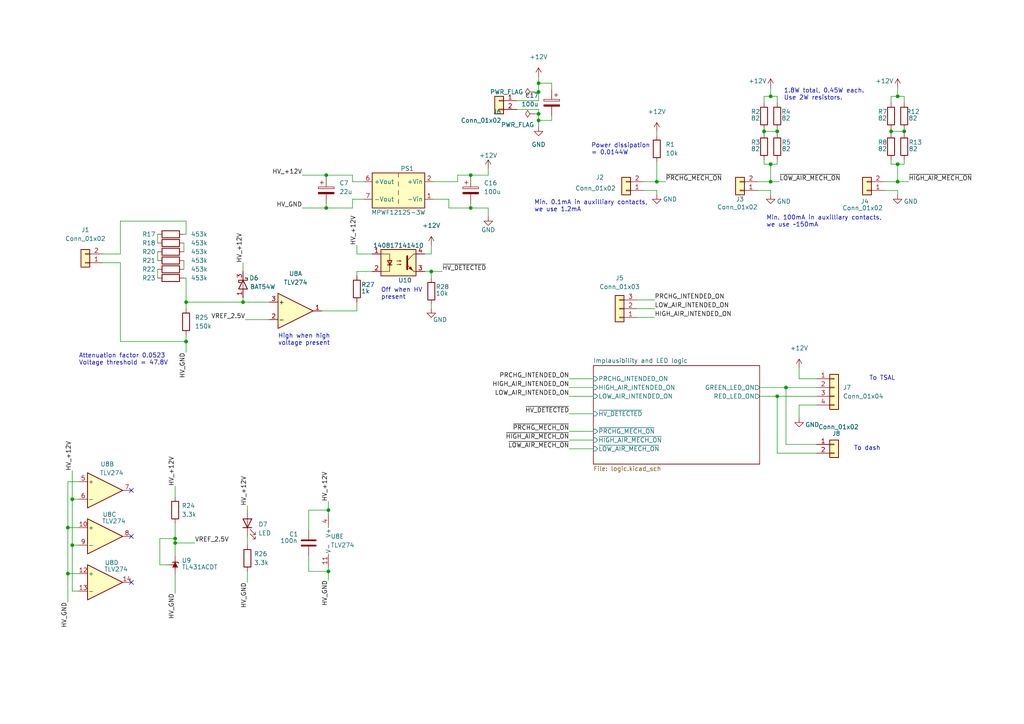
<source format=kicad_sch>
(kicad_sch (version 20211123) (generator eeschema)
  (paper "A4")
  (lib_symbols
    (symbol "Amplifier_Operational:TLC274" (pin_names (offset 0.127))
      (property "Reference" "U" (at 0 5.08 0))
      (property "Value" "TLC274" (at 0 -5.08 0))
      (symbol "TLC274_1_1"
        (polyline (pts (xy -5.08 5.08) (xy 5.08 0) (xy -5.08 -5.08) (xy -5.08 5.08)) (stroke (width 0.254)) (fill (type background)))
        (pin output line (at 7.62 0 180) (length 2.54) (name "~") (number "1"))
        (pin input line (at -7.62 -2.54 0) (length 2.54) (name "-") (number "2"))
        (pin input line (at -7.62 2.54 0) (length 2.54) (name "+") (number "3"))
      )
      (symbol "TLC274_2_1"
        (polyline (pts (xy -5.08 5.08) (xy 5.08 0) (xy -5.08 -5.08) (xy -5.08 5.08)) (stroke (width 0.254)) (fill (type background)))
        (pin input line (at -7.62 2.54 0) (length 2.54) (name "+") (number "5"))
        (pin input line (at -7.62 -2.54 0) (length 2.54) (name "-") (number "6"))
        (pin output line (at 7.62 0 180) (length 2.54) (name "~") (number "7"))
      )
      (symbol "TLC274_3_1"
        (polyline (pts (xy -5.08 5.08) (xy 5.08 0) (xy -5.08 -5.08) (xy -5.08 5.08)) (stroke (width 0.254)) (fill (type background)))
        (pin input line (at -7.62 2.54 0) (length 2.54) (name "+") (number "10"))
        (pin output line (at 7.62 0 180) (length 2.54) (name "~") (number "8"))
        (pin input line (at -7.62 -2.54 0) (length 2.54) (name "-") (number "9"))
      )
      (symbol "TLC274_4_1"
        (polyline (pts (xy -5.08 5.08) (xy 5.08 0) (xy -5.08 -5.08) (xy -5.08 5.08)) (stroke (width 0.254)) (fill (type background)))
        (pin input line (at -7.62 2.54 0) (length 2.54) (name "+") (number "12"))
        (pin input line (at -7.62 -2.54 0) (length 2.54) (name "-") (number "13"))
        (pin output line (at 7.62 0 180) (length 2.54) (name "~") (number "14"))
      )
      (symbol "TLC274_5_1"
        (pin power_in line (at -2.54 -7.62 90) (length 3.81) (name "V-") (number "11"))
        (pin power_in line (at -2.54 7.62 270) (length 3.81) (name "V+") (number "4"))
      )
    )
    (symbol "Connector_Generic:Conn_01x02" (pin_names (offset 1.016) hide)
      (property "Reference" "J" (at 0 2.54 0))
      (property "Value" "Conn_01x02" (at 0 -5.08 0))
      (symbol "Conn_01x02_1_1"
        (rectangle (start -1.27 -2.413) (end 0 -2.667) (stroke (width 0.1524)))
        (rectangle (start -1.27 0.127) (end 0 -0.127) (stroke (width 0.1524)))
        (rectangle (start -1.27 1.27) (end 1.27 -3.81) (stroke (width 0.254)) (fill (type background)))
        (pin passive line (at -5.08 0 0) (length 3.81) (name "Pin_1") (number "1"))
        (pin passive line (at -5.08 -2.54 0) (length 3.81) (name "Pin_2") (number "2"))
      )
    )
    (symbol "Connector_Generic:Conn_01x03" (pin_names (offset 1.016) hide)
      (property "Reference" "J" (at 0 5.08 0))
      (property "Value" "Conn_01x03" (at 0 -5.08 0))
      (symbol "Conn_01x03_1_1"
        (rectangle (start -1.27 -2.413) (end 0 -2.667) (stroke (width 0.1524)))
        (rectangle (start -1.27 0.127) (end 0 -0.127) (stroke (width 0.1524)))
        (rectangle (start -1.27 2.667) (end 0 2.413) (stroke (width 0.1524)))
        (rectangle (start -1.27 3.81) (end 1.27 -3.81) (stroke (width 0.254)) (fill (type background)))
        (pin passive line (at -5.08 2.54 0) (length 3.81) (name "Pin_1") (number "1"))
        (pin passive line (at -5.08 0 0) (length 3.81) (name "Pin_2") (number "2"))
        (pin passive line (at -5.08 -2.54 0) (length 3.81) (name "Pin_3") (number "3"))
      )
    )
    (symbol "Connector_Generic:Conn_01x04" (pin_names (offset 1.016) hide)
      (property "Reference" "J" (at 0 5.08 0))
      (property "Value" "Conn_01x04" (at 0 -7.62 0))
      (symbol "Conn_01x04_1_1"
        (rectangle (start -1.27 -4.953) (end 0 -5.207) (stroke (width 0.1524)))
        (rectangle (start -1.27 -2.413) (end 0 -2.667) (stroke (width 0.1524)))
        (rectangle (start -1.27 0.127) (end 0 -0.127) (stroke (width 0.1524)))
        (rectangle (start -1.27 2.667) (end 0 2.413) (stroke (width 0.1524)))
        (rectangle (start -1.27 3.81) (end 1.27 -6.35) (stroke (width 0.254)) (fill (type background)))
        (pin passive line (at -5.08 2.54 0) (length 3.81) (name "Pin_1") (number "1"))
        (pin passive line (at -5.08 0 0) (length 3.81) (name "Pin_2") (number "2"))
        (pin passive line (at -5.08 -2.54 0) (length 3.81) (name "Pin_3") (number "3"))
        (pin passive line (at -5.08 -5.08 0) (length 3.81) (name "Pin_4") (number "4"))
      )
    )
    (symbol "Converter_DCDC:ITX1212SA"
      (property "Reference" "PS" (at -7.62 6.35 0))
      (property "Value" "ITX1212SA" (at 1.27 6.35 0))
      (symbol "ITX1212SA_0_0"
        (pin power_in line (at -10.16 -2.54 0) (length 2.54) (name "-Vin") (number "1"))
        (pin power_in line (at -10.16 2.54 0) (length 2.54) (name "+Vin") (number "2"))
        (pin power_out line (at 10.16 2.54 180) (length 2.54) (name "+Vout") (number "6"))
        (pin power_out line (at 10.16 -2.54 180) (length 2.54) (name "-Vout") (number "7"))
        (pin no_connect line (at 7.62 0 180) (length 2.54) hide (name "NC") (number "8"))
      )
      (symbol "ITX1212SA_0_1"
        (rectangle (start -7.62 5.08) (end 7.62 -5.08) (stroke (width 0.254)) (fill (type background)))
        (polyline (pts (xy 0 -2.54) (xy 0 -3.81)))
        (polyline (pts (xy 0 0) (xy 0 -1.27)))
        (polyline (pts (xy 0 2.54) (xy 0 1.27)))
        (polyline (pts (xy 0 5.08) (xy 0 3.81)))
      )
    )
    (symbol "Device:C" (pin_numbers hide) (pin_names (offset 0.254))
      (property "Reference" "C" (at 0.635 2.54 0))
      (property "Value" "C" (at 0.635 -2.54 0))
      (symbol "C_0_1"
        (polyline (pts (xy -2.032 -0.762) (xy 2.032 -0.762)) (stroke (width 0.508)))
        (polyline (pts (xy -2.032 0.762) (xy 2.032 0.762)) (stroke (width 0.508)))
      )
      (symbol "C_1_1"
        (pin passive line (at 0 3.81 270) (length 2.794) (name "~") (number "1"))
        (pin passive line (at 0 -3.81 90) (length 2.794) (name "~") (number "2"))
      )
    )
    (symbol "Device:C_Polarized" (pin_numbers hide) (pin_names (offset 0.254))
      (property "Reference" "C" (at 0.635 2.54 0))
      (property "Value" "C_Polarized" (at 0.635 -2.54 0))
      (symbol "C_Polarized_0_1"
        (rectangle (start -2.286 0.508) (end 2.286 1.016))
        (polyline (pts (xy -1.778 2.286) (xy -0.762 2.286)))
        (polyline (pts (xy -1.27 2.794) (xy -1.27 1.778)))
        (rectangle (start 2.286 -0.508) (end -2.286 -1.016) (fill (type outline)))
      )
      (symbol "C_Polarized_1_1"
        (pin passive line (at 0 3.81 270) (length 2.794) (name "~") (number "1"))
        (pin passive line (at 0 -3.81 90) (length 2.794) (name "~") (number "2"))
      )
    )
    (symbol "Device:LED" (pin_numbers hide) (pin_names (offset 1.016) hide)
      (property "Reference" "D" (at 0 2.54 0))
      (property "Value" "LED" (at 0 -2.54 0))
      (symbol "LED_0_1"
        (polyline (pts (xy -1.27 -1.27) (xy -1.27 1.27)) (stroke (width 0.254)))
        (polyline (pts (xy -1.27 0) (xy 1.27 0)))
        (polyline (pts (xy 1.27 -1.27) (xy 1.27 1.27) (xy -1.27 0) (xy 1.27 -1.27)) (stroke (width 0.254)))
        (polyline (pts (xy -3.048 -0.762) (xy -4.572 -2.286) (xy -3.81 -2.286) (xy -4.572 -2.286) (xy -4.572 -1.524)))
        (polyline (pts (xy -1.778 -0.762) (xy -3.302 -2.286) (xy -2.54 -2.286) (xy -3.302 -2.286) (xy -3.302 -1.524)))
      )
      (symbol "LED_1_1"
        (pin passive line (at -3.81 0 0) (length 2.54) (name "K") (number "1"))
        (pin passive line (at 3.81 0 180) (length 2.54) (name "A") (number "2"))
      )
    )
    (symbol "Device:R" (pin_numbers hide) (pin_names (offset 0))
      (property "Reference" "R" (at 2.032 0 90))
      (property "Value" "R" (at 0 0 90))
      (symbol "R_0_1"
        (rectangle (start -1.016 -2.54) (end 1.016 2.54) (stroke (width 0.254)))
      )
      (symbol "R_1_1"
        (pin passive line (at 0 3.81 270) (length 1.27) (name "~") (number "1"))
        (pin passive line (at 0 -3.81 90) (length 1.27) (name "~") (number "2"))
      )
    )
    (symbol "Diode:BAT54W" (pin_names (offset 1.016) hide)
      (property "Reference" "D" (at 0 2.54 0))
      (property "Value" "BAT54W" (at 0 -2.54 0))
      (symbol "BAT54W_0_1"
        (polyline (pts (xy 1.27 0) (xy -1.27 0)))
        (polyline (pts (xy 1.27 1.27) (xy 1.27 -1.27) (xy -1.27 0) (xy 1.27 1.27)) (stroke (width 0.254)))
        (polyline (pts (xy -1.905 0.635) (xy -1.905 1.27) (xy -1.27 1.27) (xy -1.27 -1.27) (xy -0.635 -1.27) (xy -0.635 -0.635)) (stroke (width 0.254)))
      )
      (symbol "BAT54W_1_1"
        (pin passive line (at 3.81 0 180) (length 2.54) (name "A") (number "1"))
        (pin no_connect line (at 0 0 90) (length 2.54) hide (name "NC") (number "2"))
        (pin passive line (at -3.81 0 0) (length 2.54) (name "K") (number "3"))
      )
    )
    (symbol "Isolator:SFH617A-1" (pin_names (offset 1.016))
      (property "Reference" "U" (at -5.08 5.08 0))
      (property "Value" "SFH617A-1" (at 0 5.08 0))
      (symbol "SFH617A-1_0_1"
        (rectangle (start -5.08 3.81) (end 5.08 -3.81) (stroke (width 0.254)) (fill (type background)))
        (polyline (pts (xy -3.175 -0.635) (xy -1.905 -0.635)) (stroke (width 0.254)))
        (polyline (pts (xy 2.54 0.635) (xy 4.445 2.54)))
        (polyline (pts (xy 4.445 -2.54) (xy 2.54 -0.635)) (fill (type outline)))
        (polyline (pts (xy 4.445 -2.54) (xy 5.08 -2.54)))
        (polyline (pts (xy 4.445 2.54) (xy 5.08 2.54)))
        (polyline (pts (xy -2.54 -0.635) (xy -2.54 -2.54) (xy -5.08 -2.54)))
        (polyline (pts (xy 2.54 1.905) (xy 2.54 -1.905) (xy 2.54 -1.905)) (stroke (width 0.508)))
        (polyline (pts (xy -5.08 2.54) (xy -2.54 2.54) (xy -2.54 -1.27) (xy -2.54 0.635)))
        (polyline (pts (xy -2.54 -0.635) (xy -3.175 0.635) (xy -1.905 0.635) (xy -2.54 -0.635)) (stroke (width 0.254)))
        (polyline (pts (xy -0.508 -0.508) (xy 0.762 -0.508) (xy 0.381 -0.635) (xy 0.381 -0.381) (xy 0.762 -0.508)))
        (polyline (pts (xy -0.508 0.508) (xy 0.762 0.508) (xy 0.381 0.381) (xy 0.381 0.635) (xy 0.762 0.508)))
        (polyline (pts (xy 3.048 -1.651) (xy 3.556 -1.143) (xy 4.064 -2.159) (xy 3.048 -1.651) (xy 3.048 -1.651)) (fill (type outline)))
      )
      (symbol "SFH617A-1_1_1"
        (pin passive line (at -7.62 2.54 0) (length 2.54) (name "~") (number "1"))
        (pin passive line (at -7.62 -2.54 0) (length 2.54) (name "~") (number "2"))
        (pin passive line (at 7.62 -2.54 180) (length 2.54) (name "~") (number "3"))
        (pin passive line (at 7.62 2.54 180) (length 2.54) (name "~") (number "4"))
      )
    )
    (symbol "Reference_Voltage:TL431D" (pin_numbers hide) (pin_names hide)
      (property "Reference" "U" (at 0 -2.54 0))
      (property "Value" "TL431D" (at 0 -4.445 0))
      (symbol "TL431D_0_1"
        (polyline (pts (xy -1.27 0) (xy 0 0) (xy 1.27 0)))
        (polyline (pts (xy -0.762 0.762) (xy 0.762 0) (xy -0.762 -0.762)) (fill (type outline)))
        (polyline (pts (xy 0.508 -1.016) (xy 0.762 -0.762) (xy 0.762 0.762) (xy 0.762 0.762)) (stroke (width 0.254)))
      )
      (symbol "TL431D_1_1"
        (polyline (pts (xy 0 1.27) (xy 0 0)))
        (pin passive line (at 2.54 0 180) (length 2.54) (name "K") (number "1"))
        (pin passive line (at -2.54 0 0) (length 2.54) (name "A") (number "2"))
        (pin passive line (at -2.54 0 0) (length 2.54) hide (name "A") (number "3"))
        (pin passive line (at -2.54 0 0) (length 2.54) hide (name "A") (number "6"))
        (pin passive line (at -2.54 0 0) (length 2.54) hide (name "A") (number "7"))
        (pin passive line (at 0 2.54 270) (length 2.54) (name "REF") (number "8"))
      )
    )
    (symbol "power:+12V" (power) (pin_names (offset 0))
      (property "Value" "+12V" (at 0 3.556 0))
      (symbol "+12V_0_1"
        (polyline (pts (xy -0.762 1.27) (xy 0 2.54)))
        (polyline (pts (xy 0 0) (xy 0 2.54)))
        (polyline (pts (xy 0 2.54) (xy 0.762 1.27)))
      )
      (symbol "+12V_1_1"
        (pin power_in line (at 0 0 90) (length 0) hide (name "+12V") (number "1"))
      )
    )
    (symbol "power:GND" (power) (pin_names (offset 0))
      (property "Value" "GND" (at 0 -3.81 0))
      (symbol "GND_0_1"
        (polyline (pts (xy 0 0) (xy 0 -1.27) (xy 1.27 -1.27) (xy 0 -2.54) (xy -1.27 -1.27) (xy 0 -1.27)))
      )
      (symbol "GND_1_1"
        (pin power_in line (at 0 0 270) (length 0) hide (name "GND") (number "1"))
      )
    )
    (symbol "power:PWR_FLAG" (power) (pin_numbers hide) (pin_names (offset 0) hide)
      (property "Value" "PWR_FLAG" (at 0 3.81 0))
      (symbol "PWR_FLAG_0_0"
        (pin power_out line (at 0 0 90) (length 0) (name "pwr") (number "1"))
      )
      (symbol "PWR_FLAG_0_1"
        (polyline (pts (xy 0 0) (xy 0 1.27) (xy -1.016 1.905) (xy 0 2.54) (xy 1.016 1.905) (xy 0 1.27)))
      )
    )
  )
  (junction (at 225.425 38.1))
  (junction (at 260.35 27.94))
  (junction (at 223.52 52.705))
  (junction (at 223.52 27.94))
  (junction (at 156.21 34.925))
  (junction (at 53.975 87.63))
  (junction (at 50.8 156.21))
  (junction (at 19.685 153.035))
  (junction (at 19.685 166.37))
  (junction (at 20.955 158.115))
  (junction (at 223.52 47.625))
  (junction (at 94.615 50.8))
  (junction (at 136.525 50.8))
  (junction (at 190.5 52.705))
  (junction (at 95.25 165.735))
  (junction (at 221.615 38.1))
  (junction (at 53.975 99.06))
  (junction (at 136.525 60.325))
  (junction (at 70.485 87.63))
  (junction (at 227.965 112.395))
  (junction (at 225.425 114.935))
  (junction (at 156.21 26.67))
  (junction (at 262.255 38.1))
  (junction (at 95.25 147.955))
  (junction (at 156.21 33.02))
  (junction (at 94.615 60.325))
  (junction (at 260.35 52.705))
  (junction (at 125.095 78.74))
  (junction (at 258.445 38.1))
  (junction (at 156.21 24.13))
  (junction (at 20.955 144.78))
  (junction (at 50.8 157.48))
  (junction (at 260.35 47.625))
  (no_connect (at 38.1 155.575))
  (no_connect (at 38.1 142.24))
  (no_connect (at 38.1 168.91))
  (wire (pts (xy 53.34 75.565) (xy 53.34 78.105)))
  (wire (pts (xy 160.02 34.925) (xy 156.21 34.925)))
  (wire (pts (xy 22.86 158.115) (xy 20.955 158.115)))
  (wire (pts (xy 132.715 52.705) (xy 132.715 50.8)))
  (wire (pts (xy 19.685 166.37) (xy 19.685 174.625)))
  (wire (pts (xy 149.86 29.21) (xy 156.21 29.21)))
  (wire (pts (xy 227.965 112.395) (xy 236.855 112.395)))
  (wire (pts (xy 107.95 73.66) (xy 103.505 73.66)))
  (wire (pts (xy 125.095 78.74) (xy 125.095 80.645)))
  (wire (pts (xy 125.73 57.785) (xy 130.175 57.785)))
  (wire (pts (xy 102.235 60.325) (xy 102.235 57.785)))
  (wire (pts (xy 236.855 131.445) (xy 225.425 131.445)))
  (wire (pts (xy 103.505 78.74) (xy 103.505 80.01)))
  (wire (pts (xy 221.615 27.94) (xy 223.52 27.94)))
  (wire (pts (xy 262.255 47.625) (xy 262.255 46.355)))
  (wire (pts (xy 48.26 163.83) (xy 46.355 163.83)))
  (wire (pts (xy 102.235 52.705) (xy 105.41 52.705)))
  (wire (pts (xy 225.425 47.625) (xy 225.425 46.355)))
  (wire (pts (xy 125.095 78.74) (xy 128.27 78.74)))
  (wire (pts (xy 46.355 156.21) (xy 50.8 156.21)))
  (wire (pts (xy 53.975 64.135) (xy 53.975 67.945)))
  (wire (pts (xy 22.86 171.45) (xy 20.955 171.45)))
  (wire (pts (xy 219.71 52.705) (xy 223.52 52.705)))
  (wire (pts (xy 221.615 47.625) (xy 223.52 47.625)))
  (wire (pts (xy 221.615 38.1) (xy 225.425 38.1)))
  (wire (pts (xy 223.52 47.625) (xy 225.425 47.625)))
  (wire (pts (xy 154.94 26.67) (xy 156.21 26.67)))
  (wire (pts (xy 223.52 52.705) (xy 223.52 47.625)))
  (wire (pts (xy 260.35 47.625) (xy 262.255 47.625)))
  (wire (pts (xy 231.775 106.68) (xy 231.775 109.855)))
  (wire (pts (xy 223.52 52.705) (xy 226.06 52.705)))
  (wire (pts (xy 50.8 151.765) (xy 50.8 156.21)))
  (wire (pts (xy 70.485 86.36) (xy 70.485 87.63)))
  (wire (pts (xy 184.785 89.535) (xy 189.865 89.535)))
  (wire (pts (xy 71.755 146.685) (xy 71.755 147.955)))
  (wire (pts (xy 231.775 117.475) (xy 231.775 121.285)))
  (wire (pts (xy 184.785 86.995) (xy 189.865 86.995)))
  (wire (pts (xy 156.21 36.83) (xy 156.21 34.925)))
  (wire (pts (xy 165.1 114.935) (xy 172.085 114.935)))
  (wire (pts (xy 22.86 144.78) (xy 20.955 144.78)))
  (wire (pts (xy 223.52 55.245) (xy 223.52 56.515)))
  (wire (pts (xy 258.445 29.845) (xy 258.445 27.94)))
  (wire (pts (xy 156.21 31.75) (xy 149.86 31.75)))
  (wire (pts (xy 258.445 46.355) (xy 258.445 47.625)))
  (wire (pts (xy 89.535 161.29) (xy 89.535 165.735)))
  (wire (pts (xy 165.1 112.395) (xy 172.085 112.395)))
  (wire (pts (xy 258.445 47.625) (xy 260.35 47.625)))
  (wire (pts (xy 94.615 50.8) (xy 94.615 51.435)))
  (wire (pts (xy 256.54 52.705) (xy 260.35 52.705)))
  (wire (pts (xy 95.25 147.955) (xy 95.25 149.225)))
  (wire (pts (xy 19.685 153.035) (xy 19.685 166.37)))
  (wire (pts (xy 258.445 27.94) (xy 260.35 27.94)))
  (wire (pts (xy 260.35 52.705) (xy 260.35 47.625)))
  (wire (pts (xy 94.615 59.055) (xy 94.615 60.325)))
  (wire (pts (xy 103.505 87.63) (xy 103.505 90.17)))
  (wire (pts (xy 190.5 52.705) (xy 190.5 46.99)))
  (wire (pts (xy 34.925 99.06) (xy 53.975 99.06)))
  (wire (pts (xy 45.72 67.945) (xy 45.72 70.485)))
  (wire (pts (xy 45.72 78.105) (xy 45.72 80.645)))
  (wire (pts (xy 231.775 109.855) (xy 236.855 109.855)))
  (wire (pts (xy 29.845 73.66) (xy 34.925 73.66)))
  (wire (pts (xy 136.525 60.325) (xy 136.525 59.055)))
  (wire (pts (xy 260.35 55.245) (xy 260.35 56.515)))
  (wire (pts (xy 53.975 97.155) (xy 53.975 99.06)))
  (wire (pts (xy 258.445 38.1) (xy 258.445 37.465)))
  (wire (pts (xy 190.5 52.705) (xy 193.04 52.705)))
  (wire (pts (xy 220.345 112.395) (xy 227.965 112.395)))
  (wire (pts (xy 19.685 139.7) (xy 22.86 139.7)))
  (wire (pts (xy 125.73 52.705) (xy 132.715 52.705)))
  (wire (pts (xy 165.1 125.095) (xy 172.085 125.095)))
  (wire (pts (xy 70.485 87.63) (xy 78.105 87.63)))
  (wire (pts (xy 258.445 38.735) (xy 258.445 38.1)))
  (wire (pts (xy 19.685 166.37) (xy 22.86 166.37)))
  (wire (pts (xy 53.975 80.645) (xy 53.975 87.63)))
  (wire (pts (xy 20.955 158.115) (xy 20.955 144.78)))
  (wire (pts (xy 221.615 46.355) (xy 221.615 47.625)))
  (wire (pts (xy 190.5 55.245) (xy 190.5 56.515)))
  (wire (pts (xy 186.69 52.705) (xy 190.5 52.705)))
  (wire (pts (xy 29.845 76.2) (xy 34.925 76.2)))
  (wire (pts (xy 141.605 50.8) (xy 136.525 50.8)))
  (wire (pts (xy 165.1 130.175) (xy 172.085 130.175)))
  (wire (pts (xy 165.1 109.855) (xy 172.085 109.855)))
  (wire (pts (xy 223.52 27.94) (xy 225.425 27.94)))
  (wire (pts (xy 107.95 78.74) (xy 103.505 78.74)))
  (wire (pts (xy 53.34 67.945) (xy 53.975 67.945)))
  (wire (pts (xy 256.54 55.245) (xy 260.35 55.245)))
  (wire (pts (xy 53.975 87.63) (xy 53.975 89.535)))
  (wire (pts (xy 156.21 34.925) (xy 156.21 33.02)))
  (wire (pts (xy 130.175 60.325) (xy 136.525 60.325)))
  (wire (pts (xy 50.8 140.97) (xy 50.8 144.145)))
  (wire (pts (xy 186.69 55.245) (xy 190.5 55.245)))
  (wire (pts (xy 50.8 157.48) (xy 50.8 161.29)))
  (wire (pts (xy 56.515 157.48) (xy 50.8 157.48)))
  (wire (pts (xy 46.355 163.83) (xy 46.355 156.21)))
  (wire (pts (xy 236.855 128.905) (xy 227.965 128.905)))
  (wire (pts (xy 220.345 114.935) (xy 225.425 114.935)))
  (wire (pts (xy 130.175 57.785) (xy 130.175 60.325)))
  (wire (pts (xy 34.925 73.66) (xy 34.925 64.135)))
  (wire (pts (xy 221.615 38.1) (xy 221.615 37.465)))
  (wire (pts (xy 132.715 50.8) (xy 136.525 50.8)))
  (wire (pts (xy 93.345 90.17) (xy 103.505 90.17)))
  (wire (pts (xy 165.1 127.635) (xy 172.085 127.635)))
  (wire (pts (xy 225.425 131.445) (xy 225.425 114.935)))
  (wire (pts (xy 260.35 25.4) (xy 260.35 27.94)))
  (wire (pts (xy 156.21 24.13) (xy 156.21 22.225)))
  (wire (pts (xy 141.605 60.325) (xy 136.525 60.325)))
  (wire (pts (xy 141.605 62.865) (xy 141.605 60.325)))
  (wire (pts (xy 225.425 38.1) (xy 225.425 37.465)))
  (wire (pts (xy 22.86 153.035) (xy 19.685 153.035)))
  (wire (pts (xy 219.71 55.245) (xy 223.52 55.245)))
  (wire (pts (xy 123.19 73.66) (xy 125.095 73.66)))
  (wire (pts (xy 156.21 29.21) (xy 156.21 26.67)))
  (wire (pts (xy 125.095 88.265) (xy 125.095 89.535)))
  (wire (pts (xy 53.975 87.63) (xy 70.485 87.63)))
  (wire (pts (xy 225.425 38.735) (xy 225.425 38.1)))
  (wire (pts (xy 50.8 166.37) (xy 50.8 172.085)))
  (wire (pts (xy 156.21 33.02) (xy 156.21 31.75)))
  (wire (pts (xy 20.955 171.45) (xy 20.955 158.115)))
  (wire (pts (xy 94.615 60.325) (xy 102.235 60.325)))
  (wire (pts (xy 221.615 29.845) (xy 221.615 27.94)))
  (wire (pts (xy 34.925 76.2) (xy 34.925 99.06)))
  (wire (pts (xy 87.63 60.325) (xy 94.615 60.325)))
  (wire (pts (xy 95.25 165.735) (xy 95.25 168.275)))
  (wire (pts (xy 262.255 29.845) (xy 262.255 27.94)))
  (wire (pts (xy 141.605 48.895) (xy 141.605 50.8)))
  (wire (pts (xy 19.685 153.035) (xy 19.685 139.7)))
  (wire (pts (xy 190.5 38.1) (xy 190.5 39.37)))
  (wire (pts (xy 89.535 147.955) (xy 95.25 147.955)))
  (wire (pts (xy 102.235 50.8) (xy 102.235 52.705)))
  (wire (pts (xy 156.21 26.67) (xy 156.21 24.13)))
  (wire (pts (xy 236.855 117.475) (xy 231.775 117.475)))
  (wire (pts (xy 165.1 120.015) (xy 172.085 120.015)))
  (wire (pts (xy 95.25 164.465) (xy 95.25 165.735)))
  (wire (pts (xy 50.8 156.21) (xy 50.8 157.48)))
  (wire (pts (xy 70.485 76.2) (xy 70.485 78.74)))
  (wire (pts (xy 71.755 155.575) (xy 71.755 158.115)))
  (wire (pts (xy 262.255 38.1) (xy 262.255 37.465)))
  (wire (pts (xy 123.19 78.74) (xy 125.095 78.74)))
  (wire (pts (xy 45.72 73.025) (xy 45.72 75.565)))
  (wire (pts (xy 225.425 29.845) (xy 225.425 27.94)))
  (wire (pts (xy 227.965 128.905) (xy 227.965 112.395)))
  (wire (pts (xy 103.505 71.12) (xy 103.505 73.66)))
  (wire (pts (xy 89.535 153.67) (xy 89.535 147.955)))
  (wire (pts (xy 160.02 26.035) (xy 160.02 24.13)))
  (wire (pts (xy 125.095 71.12) (xy 125.095 73.66)))
  (wire (pts (xy 102.235 57.785) (xy 105.41 57.785)))
  (wire (pts (xy 89.535 165.735) (xy 95.25 165.735)))
  (wire (pts (xy 160.02 33.655) (xy 160.02 34.925)))
  (wire (pts (xy 71.12 92.71) (xy 78.105 92.71)))
  (wire (pts (xy 258.445 38.1) (xy 262.255 38.1)))
  (wire (pts (xy 53.34 70.485) (xy 53.34 73.025)))
  (wire (pts (xy 260.35 27.94) (xy 262.255 27.94)))
  (wire (pts (xy 260.35 52.705) (xy 263.525 52.705)))
  (wire (pts (xy 136.525 50.8) (xy 136.525 51.435)))
  (wire (pts (xy 225.425 114.935) (xy 236.855 114.935)))
  (wire (pts (xy 160.02 24.13) (xy 156.21 24.13)))
  (wire (pts (xy 34.925 64.135) (xy 53.975 64.135)))
  (wire (pts (xy 87.63 50.8) (xy 94.615 50.8)))
  (wire (pts (xy 223.52 25.4) (xy 223.52 27.94)))
  (wire (pts (xy 94.615 50.8) (xy 102.235 50.8)))
  (wire (pts (xy 262.255 38.735) (xy 262.255 38.1)))
  (wire (pts (xy 154.94 33.02) (xy 156.21 33.02)))
  (wire (pts (xy 53.975 99.06) (xy 53.975 102.235)))
  (wire (pts (xy 95.25 145.415) (xy 95.25 147.955)))
  (wire (pts (xy 184.785 92.075) (xy 189.865 92.075)))
  (wire (pts (xy 221.615 38.735) (xy 221.615 38.1)))
  (wire (pts (xy 20.955 136.525) (xy 20.955 144.78)))
  (wire (pts (xy 71.755 165.735) (xy 71.755 168.91)))
  (wire (pts (xy 53.975 80.645) (xy 53.34 80.645)))
  (text "1.8W total, 0.45W each.\nUse 2W resistors." (at 227.33 29.21 0) (effects (font (size 1.27 1.27)) (justify left bottom)))
  (text "Off when HV\npresent" (at 110.49 86.995 0) (effects (font (size 1.27 1.27)) (justify left bottom)))
  (text "Power dissipation\n= 0.0144W" (at 171.45 45.085 0) (effects (font (size 1.27 1.27)) (justify left bottom)))
  (text "Min. 0.1mA in auxilliary contacts,\nwe use 1.2mA" (at 154.94 61.595 0) (effects (font (size 1.27 1.27)) (justify left bottom)))
  (text "To TSAL" (at 252.095 110.49 0) (effects (font (size 1.27 1.27)) (justify left bottom)))
  (text "High when high\nvoltage present" (at 80.645 100.33 0) (effects (font (size 1.27 1.27)) (justify left bottom)))
  (text "Attenuation factor 0.0523\nVoltage threshold = 47.8V" (at 22.86 106.045 0) (effects (font (size 1.27 1.27)) (justify left bottom)))
  (text "Min. 100mA in auxilliary contacts,\nwe use ~150mA" (at 222.25 66.04 0) (effects (font (size 1.27 1.27)) (justify left bottom)))
  (text "To dash" (at 247.65 130.81 0) (effects (font (size 1.27 1.27)) (justify left bottom)))
  (label "~{PRCHG_MECH_ON}" (at 165.1 125.095 180))
  (label "HV_+12V" (at 87.63 50.8 180))
  (label "PRCHG_INTENDED_ON" (at 189.865 86.995 0))
  (label "HV_+12V" (at 20.955 136.525 90))
  (label "PRCHG_INTENDED_ON" (at 165.1 109.855 180))
  (label "HV_+12V" (at 71.755 146.685 90))
  (label "VREF_2.5V" (at 71.12 92.71 180))
  (label "VREF_2.5V" (at 56.515 157.48 0))
  (label "HV_GND" (at 53.975 102.235 270))
  (label "~{LOW_AIR_MECH_ON}" (at 165.1 130.175 180))
  (label "HV_GND" (at 95.25 168.275 270))
  (label "~{HV_DETECTED}" (at 128.27 78.74 0))
  (label "~{PRCHG_MECH_ON}" (at 193.04 52.705 0))
  (label "HV_GND" (at 50.8 172.085 270))
  (label "LOW_AIR_INTENDED_ON" (at 189.865 89.535 0))
  (label "LOW_AIR_INTENDED_ON" (at 165.1 114.935 180))
  (label "~{HIGH_AIR_MECH_ON}" (at 263.525 52.705 0))
  (label "HV_+12V" (at 70.485 76.2 90))
  (label "HV_+12V" (at 95.25 145.415 90))
  (label "HV_+12V" (at 103.505 71.12 90))
  (label "~{HIGH_AIR_MECH_ON}" (at 165.1 127.635 180))
  (label "HV_GND" (at 71.755 168.91 270))
  (label "HV_+12V" (at 50.8 140.97 90))
  (label "HIGH_AIR_INTENDED_ON" (at 189.865 92.075 0))
  (label "~{LOW_AIR_MECH_ON}" (at 226.06 52.705 0))
  (label "HIGH_AIR_INTENDED_ON" (at 165.1 112.395 180))
  (label "~{HV_DETECTED}" (at 165.1 120.015 180))
  (label "HV_GND" (at 87.63 60.325 180))
  (label "HV_GND" (at 19.685 174.625 270))
  (symbol (lib_id "Reference_Voltage:TL431D") (at 50.8 163.83 90) (unit 1)
    (property "Reference" "U9" (at 52.705 162.56 90) (effects (justify right)))
    (property "Value" "TL431ACDT" (at 52.705 164.465 90) (effects (justify right)))
    (property "Footprint" "Package_SO:SOIC-8_3.9x4.9mm_P1.27mm" (effects hide))
    (property "Datasheet" "http://www.ti.com/lit/ds/symlink/tl431.pdf" (effects hide))
  )
  (symbol (lib_id "Device:R") (at 125.095 84.455 180) (unit 1)
    (property "Reference" "R28" (at 126.365 83.185 0) (effects (justify right)))
    (property "Value" "10k" (at 126.365 85.09 0) (effects (justify right)))
    (property "Footprint" "Resistor_SMD:R_0603_1608Metric" (effects hide))
  )
  (symbol (lib_id "power:GND") (at 156.21 36.83 0) (mirror y) (unit 1)
    (property "Reference" "#PWR0113" (effects hide))
    (property "Value" "GND" (at 156.21 41.91 0))
  )
  (symbol (lib_id "Device:R") (at 49.53 78.105 270) (mirror x) (unit 1)
    (property "Reference" "R22" (at 43.18 78.105 90))
    (property "Value" "453k" (at 57.785 78.105 90))
    (property "Footprint" "Resistor_SMD:R_0805_2012Metric" (effects hide))
  )
  (symbol (lib_id "Connector_Generic:Conn_01x02") (at 214.63 55.245 180) (unit 1)
    (property "Reference" "J3" (at 214.63 57.785 0))
    (property "Value" "Conn_01x02" (at 213.868 60.071 0))
    (property "Footprint" "Connector_Molex:Molex_Micro-Fit_3.0_43650-0200_1x02_P3.00mm_Horizontal" (effects hide))
  )
  (symbol (lib_id "power:+12V") (at 260.35 25.4 0) (unit 1)
    (property "Reference" "#PWR07" (effects hide))
    (property "Value" "+12V" (at 256.54 23.495 0))
  )
  (symbol (lib_id "Device:C_Polarized") (at 94.615 55.245 0) (unit 1)
    (property "Reference" "C7" (at 98.425 53.0859 0) (effects (justify left)))
    (property "Value" "22u" (at 98.425 55.6259 0) (effects (justify left)))
    (property "Footprint" "Capacitor_THT:CP_Radial_D8.0mm_P3.50mm" (effects hide))
  )
  (symbol (lib_id "Device:R") (at 71.755 161.925 0) (unit 1)
    (property "Reference" "R26" (at 73.66 160.6549 0) (effects (justify left)))
    (property "Value" "3.3k" (at 73.66 163.1949 0) (effects (justify left)))
    (property "Footprint" "Resistor_SMD:R_0603_1608Metric" (effects hide))
  )
  (symbol (lib_id "Device:R") (at 262.255 42.545 0) (unit 1)
    (property "Reference" "R13" (at 263.525 41.275 0) (effects (justify left)))
    (property "Value" "82" (at 263.525 43.18 0) (effects (justify left)))
    (property "Footprint" "Resistor_SMD:R_2512_6332Metric" (effects hide))
  )
  (symbol (lib_id "Device:C_Polarized") (at 136.525 55.245 0) (unit 1)
    (property "Reference" "C16" (at 140.335 53.0859 0) (effects (justify left)))
    (property "Value" "100u" (at 140.335 55.6259 0) (effects (justify left)))
    (property "Footprint" "Capacitor_THT:CP_Radial_D6.3mm_P2.50mm" (effects hide))
  )
  (symbol (lib_id "power:PWR_FLAG") (at 154.94 26.67 90) (mirror x) (unit 1)
    (property "Reference" "#FLG0102" (effects hide))
    (property "Value" "PWR_FLAG" (at 151.765 26.6699 90) (effects (justify left)))
  )
  (symbol (lib_id "Device:R") (at 258.445 33.655 0) (unit 1)
    (property "Reference" "R7" (at 254.635 32.385 0) (effects (justify left)))
    (property "Value" "82" (at 254.635 34.29 0) (effects (justify left)))
    (property "Footprint" "Resistor_SMD:R_2512_6332Metric" (effects hide))
  )
  (symbol (lib_id "power:GND") (at 231.775 121.285 0) (unit 1)
    (property "Reference" "#PWR0111" (effects hide))
    (property "Value" "GND" (at 235.585 123.19 0))
  )
  (symbol (lib_id "Device:LED") (at 71.755 151.765 90) (unit 1)
    (property "Reference" "D7" (at 74.93 152.0824 90) (effects (justify right)))
    (property "Value" "LED" (at 74.93 154.6224 90) (effects (justify right)))
    (property "Footprint" "LED_SMD:LED_0603_1608Metric" (effects hide))
  )
  (symbol (lib_id "Device:R") (at 258.445 42.545 0) (unit 1)
    (property "Reference" "R8" (at 254.635 41.275 0) (effects (justify left)))
    (property "Value" "82" (at 254.635 43.18 0) (effects (justify left)))
    (property "Footprint" "Resistor_SMD:R_2512_6332Metric" (effects hide))
  )
  (symbol (lib_id "Device:R") (at 221.615 33.655 0) (unit 1)
    (property "Reference" "R2" (at 217.805 32.385 0) (effects (justify left)))
    (property "Value" "82" (at 217.805 34.29 0) (effects (justify left)))
    (property "Footprint" "Resistor_SMD:R_2512_6332Metric" (effects hide))
  )
  (symbol (lib_id "Device:R") (at 225.425 42.545 0) (unit 1)
    (property "Reference" "R5" (at 226.695 41.275 0) (effects (justify left)))
    (property "Value" "82" (at 226.695 43.18 0) (effects (justify left)))
    (property "Footprint" "Resistor_SMD:R_2512_6332Metric" (effects hide))
  )
  (symbol (lib_id "Connector_Generic:Conn_01x02") (at 24.765 76.2 180) (unit 1)
    (property "Reference" "J1" (at 24.765 66.675 0))
    (property "Value" "Conn_01x02" (at 24.765 69.215 0))
    (property "Footprint" "Connector_Molex:Molex_Micro-Fit_3.0_43650-0200_1x02_P3.00mm_Horizontal" (effects hide))
  )
  (symbol (lib_id "Device:R") (at 262.255 33.655 0) (unit 1)
    (property "Reference" "R12" (at 264.795 32.385 0))
    (property "Value" "82" (at 264.795 34.29 0))
    (property "Footprint" "Resistor_SMD:R_2512_6332Metric" (effects hide))
  )
  (symbol (lib_id "Device:R") (at 190.5 43.18 180) (unit 1)
    (property "Reference" "R1" (at 193.04 41.9099 0) (effects (justify right)))
    (property "Value" "10k" (at 193.04 44.4499 0) (effects (justify right)))
    (property "Footprint" "Resistor_SMD:R_0603_1608Metric" (effects hide))
  )
  (symbol (lib_id "power:GND") (at 190.5 56.515 0) (unit 1)
    (property "Reference" "#PWR04" (effects hide))
    (property "Value" "GND" (at 194.31 57.785 0))
  )
  (symbol (lib_id "power:+12V") (at 125.095 71.12 0) (unit 1)
    (property "Reference" "#PWR0106" (effects hide))
    (property "Value" "+12V" (at 125.095 65.405 0))
  )
  (symbol (lib_id "Device:R") (at 103.505 83.82 180) (unit 1)
    (property "Reference" "R27" (at 104.775 82.55 0) (effects (justify right)))
    (property "Value" "1k" (at 104.775 84.455 0) (effects (justify right)))
    (property "Footprint" "Resistor_SMD:R_1206_3216Metric" (effects hide))
  )
  (symbol (lib_id "power:+12V") (at 190.5 38.1 0) (unit 1)
    (property "Reference" "#PWR03" (effects hide))
    (property "Value" "+12V" (at 190.5 32.385 0))
  )
  (symbol (lib_id "Device:R") (at 49.53 70.485 270) (mirror x) (unit 1)
    (property "Reference" "R18" (at 43.18 70.485 90))
    (property "Value" "453k" (at 57.785 70.485 90))
    (property "Footprint" "Resistor_SMD:R_0805_2012Metric" (effects hide))
  )
  (symbol (lib_id "Connector_Generic:Conn_01x02") (at 241.935 128.905 0) (unit 1)
    (property "Reference" "J8" (at 242.57 125.73 0))
    (property "Value" "Conn_01x02" (at 243.205 123.825 0))
    (property "Footprint" "Connector_Molex:Molex_Micro-Fit_3.0_43650-0200_1x02_P3.00mm_Horizontal" (effects hide))
  )
  (symbol (lib_id "Device:R") (at 225.425 33.655 0) (unit 1)
    (property "Reference" "R4" (at 227.965 32.385 0))
    (property "Value" "82" (at 227.965 34.29 0))
    (property "Footprint" "Resistor_SMD:R_2512_6332Metric" (effects hide))
  )
  (symbol (lib_id "Device:R") (at 53.975 93.345 0) (unit 1)
    (property "Reference" "R25" (at 56.515 92.0749 0) (effects (justify left)))
    (property "Value" "150k" (at 56.515 94.6149 0) (effects (justify left)))
    (property "Footprint" "Resistor_SMD:R_0603_1608Metric" (effects hide))
  )
  (symbol (lib_id "Connector_Generic:Conn_01x02") (at 181.61 55.245 180) (unit 1)
    (property "Reference" "J2" (at 173.99 51.435 0))
    (property "Value" "Conn_01x02" (at 172.72 54.61 0))
    (property "Footprint" "Connector_Molex:Molex_Micro-Fit_3.0_43650-0200_1x02_P3.00mm_Horizontal" (effects hide))
  )
  (symbol (lib_id "Connector_Generic:Conn_01x04") (at 241.935 112.395 0) (unit 1)
    (property "Reference" "J7" (at 244.475 112.3949 0) (effects (justify left)))
    (property "Value" "Conn_01x04" (at 244.475 114.9349 0) (effects (justify left)))
    (property "Footprint" "Connector_Molex:Molex_Micro-Fit_3.0_43650-0400_1x04_P3.00mm_Horizontal" (effects hide))
  )
  (symbol (lib_id "power:GND") (at 223.52 56.515 0) (unit 1)
    (property "Reference" "#PWR06" (effects hide))
    (property "Value" "GND" (at 227.33 58.42 0))
  )
  (symbol (lib_id "power:+12V") (at 231.775 106.68 0) (unit 1)
    (property "Reference" "#PWR0110" (effects hide))
    (property "Value" "+12V" (at 231.775 100.965 0))
  )
  (symbol (lib_id "Amplifier_Operational:TLC274") (at 97.79 156.845 0) (unit 5)
    (property "Reference" "U8" (at 95.885 155.5749 0) (effects (justify left)))
    (property "Value" "TLV274" (at 95.885 158.1149 0) (effects (justify left)))
    (property "Footprint" "Package_SO:SOIC-14_3.9x8.7mm_P1.27mm" (effects hide))
    (property "Datasheet" "http://www.ti.com/lit/ds/symlink/tlc274.pdf" (effects hide))
  )
  (symbol (lib_id "power:GND") (at 125.095 89.535 0) (unit 1)
    (property "Reference" "#PWR0108" (effects hide))
    (property "Value" "GND" (at 127.635 92.71 0))
  )
  (symbol (lib_id "power:GND") (at 141.605 62.865 0) (unit 1)
    (property "Reference" "#PWR0109" (effects hide))
    (property "Value" "GND" (at 141.605 66.675 0))
  )
  (symbol (lib_id "Amplifier_Operational:TLC274") (at 30.48 155.575 0) (unit 3)
    (property "Reference" "U8" (at 31.75 149.225 0))
    (property "Value" "TLV274" (at 33.02 151.13 0))
    (property "Footprint" "Package_SO:SOIC-14_3.9x8.7mm_P1.27mm" (effects hide))
    (property "Datasheet" "http://www.ti.com/lit/ds/symlink/tlc274.pdf" (effects hide))
  )
  (symbol (lib_id "Connector_Generic:Conn_01x02") (at 251.46 55.245 180) (unit 1)
    (property "Reference" "J4" (at 250.825 58.42 0))
    (property "Value" "Conn_01x02" (at 250.19 60.325 0))
    (property "Footprint" "Connector_Molex:Molex_Micro-Fit_3.0_43650-0200_1x02_P3.00mm_Horizontal" (effects hide))
  )
  (symbol (lib_id "Connector_Generic:Conn_01x03") (at 179.705 89.535 180) (unit 1)
    (property "Reference" "J5" (at 179.705 80.645 0))
    (property "Value" "Conn_01x03" (at 179.705 83.185 0))
    (property "Footprint" "Connector_Molex:Molex_Micro-Fit_3.0_43650-0300_1x03_P3.00mm_Horizontal" (effects hide))
  )
  (symbol (lib_id "Device:R") (at 50.8 147.955 0) (unit 1)
    (property "Reference" "R24" (at 52.705 146.6849 0) (effects (justify left)))
    (property "Value" "3.3k" (at 52.705 149.2249 0) (effects (justify left)))
    (property "Footprint" "Resistor_SMD:R_0603_1608Metric" (effects hide))
  )
  (symbol (lib_id "Connector_Generic:Conn_01x02") (at 144.78 29.21 0) (mirror y) (unit 1)
    (property "Reference" "J6" (at 145.415 32.385 0) (effects (justify left)))
    (property "Value" "Conn_01x02" (at 145.415 34.925 0) (effects (justify left)))
    (property "Footprint" "Connector_Molex:Molex_Micro-Fit_3.0_43650-0200_1x02_P3.00mm_Horizontal" (effects hide))
  )
  (symbol (lib_id "Device:R") (at 49.53 73.025 270) (mirror x) (unit 1)
    (property "Reference" "R20" (at 43.18 73.025 90))
    (property "Value" "453k" (at 57.785 73.025 90))
    (property "Footprint" "Resistor_SMD:R_0805_2012Metric" (effects hide))
  )
  (symbol (lib_id "Amplifier_Operational:TLC274") (at 30.48 168.91 0) (unit 4)
    (property "Reference" "U8" (at 32.385 163.195 0))
    (property "Value" "TLV274" (at 33.655 165.1 0))
    (property "Footprint" "Package_SO:SOIC-14_3.9x8.7mm_P1.27mm" (effects hide))
    (property "Datasheet" "http://www.ti.com/lit/ds/symlink/tlc274.pdf" (effects hide))
  )
  (symbol (lib_id "power:GND") (at 260.35 56.515 0) (unit 1)
    (property "Reference" "#PWR08" (effects hide))
    (property "Value" "GND" (at 264.16 58.42 0))
  )
  (symbol (lib_id "Device:C") (at 89.535 157.48 0) (unit 1)
    (property "Reference" "C1" (at 83.82 154.94 0) (effects (justify left)))
    (property "Value" "100n" (at 81.28 156.845 0) (effects (justify left)))
    (property "Footprint" "Capacitor_SMD:C_0603_1608Metric" (effects hide))
  )
  (symbol (lib_id "Device:C_Polarized") (at 160.02 29.845 0) (mirror y) (unit 1)
    (property "Reference" "C17" (at 156.21 27.6859 0) (effects (justify left)))
    (property "Value" "100u" (at 156.21 30.2259 0) (effects (justify left)))
    (property "Footprint" "Capacitor_THT:CP_Radial_D6.3mm_P2.50mm" (effects hide))
  )
  (symbol (lib_id "Diode:BAT54W") (at 70.485 82.55 270) (unit 1)
    (property "Reference" "D6" (at 73.66 80.645 90))
    (property "Value" "BAT54W" (at 76.2 83.185 90))
    (property "Footprint" "Package_TO_SOT_SMD:SOT-323_SC-70" (effects hide))
    (property "Datasheet" "https://assets.nexperia.com/documents/data-sheet/BAT54W_SER.pdf" (effects hide))
  )
  (symbol (lib_id "Device:R") (at 221.615 42.545 0) (unit 1)
    (property "Reference" "R3" (at 217.805 41.275 0) (effects (justify left)))
    (property "Value" "82" (at 217.805 43.18 0) (effects (justify left)))
    (property "Footprint" "Resistor_SMD:R_2512_6332Metric" (effects hide))
  )
  (symbol (lib_id "power:+12V") (at 156.21 22.225 0) (mirror y) (unit 1)
    (property "Reference" "#PWR0112" (effects hide))
    (property "Value" "+12V" (at 156.21 16.51 0))
  )
  (symbol (lib_id "Device:R") (at 49.53 75.565 270) (mirror x) (unit 1)
    (property "Reference" "R21" (at 43.18 75.565 90))
    (property "Value" "453k" (at 57.785 75.565 90))
    (property "Footprint" "Resistor_SMD:R_0805_2012Metric" (effects hide))
  )
  (symbol (lib_id "Device:R") (at 49.53 80.645 270) (mirror x) (unit 1)
    (property "Reference" "R23" (at 43.18 80.645 90))
    (property "Value" "453k" (at 57.785 80.645 90))
    (property "Footprint" "Resistor_SMD:R_0805_2012Metric" (effects hide))
  )
  (symbol (lib_id "Device:R") (at 49.53 67.945 270) (mirror x) (unit 1)
    (property "Reference" "R17" (at 43.18 67.945 90))
    (property "Value" "453k" (at 57.785 67.945 90))
    (property "Footprint" "Resistor_SMD:R_0805_2012Metric" (effects hide))
  )
  (symbol (lib_id "power:PWR_FLAG") (at 154.94 33.02 90) (mirror x) (unit 1)
    (property "Reference" "#FLG0101" (effects hide))
    (property "Value" "PWR_FLAG" (at 154.94 36.195 90) (effects (justify left)))
  )
  (symbol (lib_id "Isolator:SFH617A-1") (at 115.57 76.2 0) (unit 1)
    (property "Reference" "U10" (at 117.475 81.28 0))
    (property "Value" "140817141410" (at 115.57 71.1986 0))
    (property "Footprint" "Package_DIP:DIP-4_W7.62mm" (effects hide))
  )
  (symbol (lib_id "Amplifier_Operational:TLC274") (at 85.725 90.17 0) (unit 1)
    (property "Reference" "U8" (at 85.725 79.375 0))
    (property "Value" "TLV274" (at 85.725 81.915 0))
    (property "Footprint" "Package_SO:SOIC-14_3.9x8.7mm_P1.27mm" (effects hide))
    (property "Datasheet" "http://www.ti.com/lit/ds/symlink/tlc274.pdf" (effects hide))
  )
  (symbol (lib_id "power:+12V") (at 141.605 48.895 0) (unit 1)
    (property "Reference" "#PWR0114" (effects hide))
    (property "Value" "+12V" (at 141.605 45.085 0))
  )
  (symbol (lib_id "Amplifier_Operational:TLC274") (at 30.48 142.24 0) (unit 2)
    (property "Reference" "U8" (at 31.115 134.62 0))
    (property "Value" "TLV274" (at 32.385 137.16 0))
    (property "Footprint" "Package_SO:SOIC-14_3.9x8.7mm_P1.27mm" (effects hide))
    (property "Datasheet" "http://www.ti.com/lit/ds/symlink/tlc274.pdf" (effects hide))
  )
  (symbol (lib_id "Converter_DCDC:ITX1212SA") (at 115.57 55.245 0) (mirror y) (unit 1)
    (property "Reference" "PS1" (at 118.11 48.895 0))
    (property "Value" "MPWF1212S-3W" (at 115.57 61.595 0))
    (property "Footprint" "footprints:MPWF1212S-3W" (effects hide))
    (property "Datasheet" "https://www.xppower.com/pdfs/SF_ITX.pdf" (effects hide))
  )
  (symbol (lib_id "power:+12V") (at 223.52 25.4 0) (unit 1)
    (property "Reference" "#PWR05" (effects hide))
    (property "Value" "+12V" (at 219.71 23.495 0))
  )
  (sheet (at 172.085 106.045) (size 48.26 28.575) (stroke (width 0.1524))
    (property "Sheet name" "Implausibility and LED logic" (at 172.085 105.3334 0) (effects (justify left bottom)))
    (property "Sheet file" "logic.kicad_sch" (at 172.085 135.2046 0) (effects (justify left top)))
    (pin "LOW_AIR_INTENDED_ON" input (at 172.085 114.935 180))
    (pin "PRCHG_INTENDED_ON" input (at 172.085 109.855 180))
    (pin "HIGH_AIR_INTENDED_ON" input (at 172.085 112.395 180))
    (pin "~{HV_DETECTED}" input (at 172.085 120.015 180))
    (pin "~{LOW_AIR_MECH_ON}" input (at 172.085 130.175 180))
    (pin "~{HIGH_AIR_MECH_ON}" input (at 172.085 127.635 180))
    (pin "~{PRCHG_MECH_ON}" input (at 172.085 125.095 180))
    (pin "GREEN_LED_ON" output (at 220.345 112.395 0))
    (pin "RED_LED_ON" output (at 220.345 114.935 0))
  )
)
</source>
